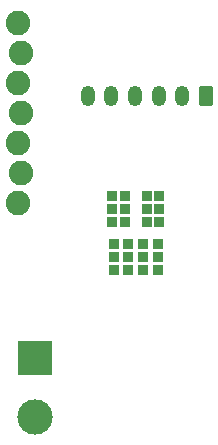
<source format=gbs>
%TF.GenerationSoftware,KiCad,Pcbnew,(6.0.7-1)-1*%
%TF.CreationDate,2022-08-20T15:22:06+08:00*%
%TF.ProjectId,VNH5050A (test),564e4835-3035-4304-9120-287465737429,rev?*%
%TF.SameCoordinates,Original*%
%TF.FileFunction,Soldermask,Bot*%
%TF.FilePolarity,Negative*%
%FSLAX46Y46*%
G04 Gerber Fmt 4.6, Leading zero omitted, Abs format (unit mm)*
G04 Created by KiCad (PCBNEW (6.0.7-1)-1) date 2022-08-20 15:22:06*
%MOMM*%
%LPD*%
G01*
G04 APERTURE LIST*
G04 Aperture macros list*
%AMRoundRect*
0 Rectangle with rounded corners*
0 $1 Rounding radius*
0 $2 $3 $4 $5 $6 $7 $8 $9 X,Y pos of 4 corners*
0 Add a 4 corners polygon primitive as box body*
4,1,4,$2,$3,$4,$5,$6,$7,$8,$9,$2,$3,0*
0 Add four circle primitives for the rounded corners*
1,1,$1+$1,$2,$3*
1,1,$1+$1,$4,$5*
1,1,$1+$1,$6,$7*
1,1,$1+$1,$8,$9*
0 Add four rect primitives between the rounded corners*
20,1,$1+$1,$2,$3,$4,$5,0*
20,1,$1+$1,$4,$5,$6,$7,0*
20,1,$1+$1,$6,$7,$8,$9,0*
20,1,$1+$1,$8,$9,$2,$3,0*%
G04 Aperture macros list end*
%ADD10R,3.000000X3.000000*%
%ADD11C,3.000000*%
%ADD12C,2.082800*%
%ADD13RoundRect,0.250000X0.350000X0.625000X-0.350000X0.625000X-0.350000X-0.625000X0.350000X-0.625000X0*%
%ADD14O,1.200000X1.750000*%
%ADD15R,0.808000X0.808000*%
G04 APERTURE END LIST*
D10*
X146608800Y-111214600D03*
D11*
X146608800Y-116214600D03*
D12*
X145111400Y-98119000D03*
X145365400Y-95579000D03*
X145111400Y-93039000D03*
X145365400Y-90499000D03*
X145111400Y-87959000D03*
X145365400Y-85419000D03*
X145111400Y-82879000D03*
D13*
X161058800Y-89037400D03*
D14*
X159058800Y-89037400D03*
X157058800Y-89037400D03*
X155058800Y-89037400D03*
X153058800Y-89037400D03*
X151058800Y-89037400D03*
D15*
X157102009Y-99717000D03*
X156052009Y-99717000D03*
X157102009Y-98634000D03*
X156052009Y-98634000D03*
X157102009Y-97551000D03*
X156052009Y-97551000D03*
X154202009Y-99717000D03*
X153152009Y-99717000D03*
X154202009Y-98634000D03*
X153152009Y-98634000D03*
X154202009Y-97551000D03*
X153152009Y-97551000D03*
X156983259Y-103767000D03*
X155745759Y-103767000D03*
X154508259Y-103767000D03*
X153270759Y-103767000D03*
X156983259Y-102684000D03*
X155745759Y-102684000D03*
X154508259Y-102684000D03*
X153270759Y-102684000D03*
X156983259Y-101601000D03*
X155745759Y-101601000D03*
X154508259Y-101601000D03*
X153270759Y-101601000D03*
M02*

</source>
